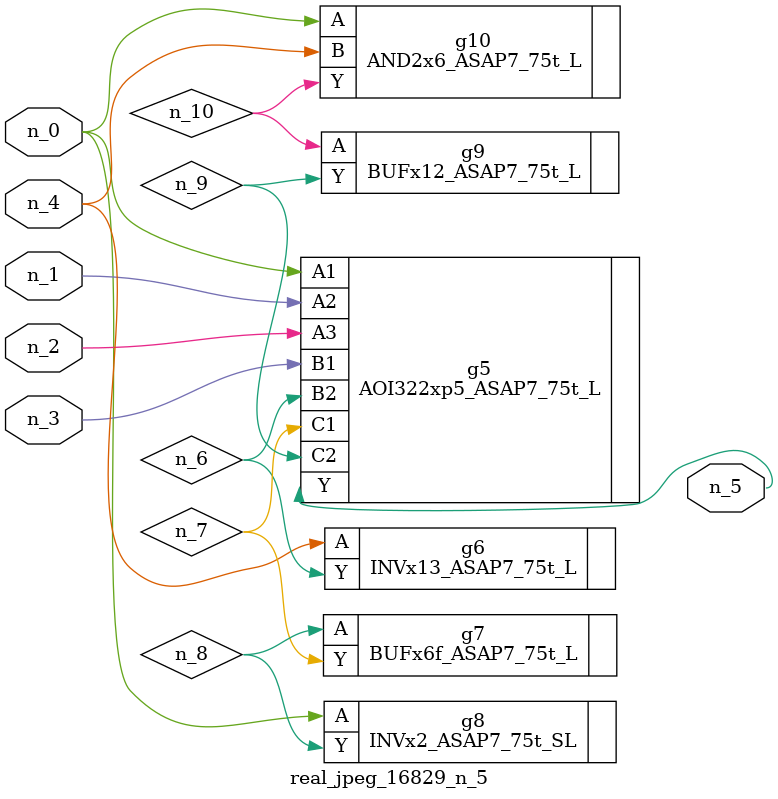
<source format=v>
module real_jpeg_16829_n_5 (n_4, n_0, n_1, n_2, n_3, n_5);

input n_4;
input n_0;
input n_1;
input n_2;
input n_3;

output n_5;

wire n_8;
wire n_6;
wire n_7;
wire n_10;
wire n_9;

AOI322xp5_ASAP7_75t_L g5 ( 
.A1(n_0),
.A2(n_1),
.A3(n_2),
.B1(n_3),
.B2(n_6),
.C1(n_7),
.C2(n_9),
.Y(n_5)
);

INVx2_ASAP7_75t_SL g8 ( 
.A(n_0),
.Y(n_8)
);

AND2x6_ASAP7_75t_L g10 ( 
.A(n_0),
.B(n_4),
.Y(n_10)
);

INVx13_ASAP7_75t_L g6 ( 
.A(n_4),
.Y(n_6)
);

BUFx6f_ASAP7_75t_L g7 ( 
.A(n_8),
.Y(n_7)
);

BUFx12_ASAP7_75t_L g9 ( 
.A(n_10),
.Y(n_9)
);


endmodule
</source>
